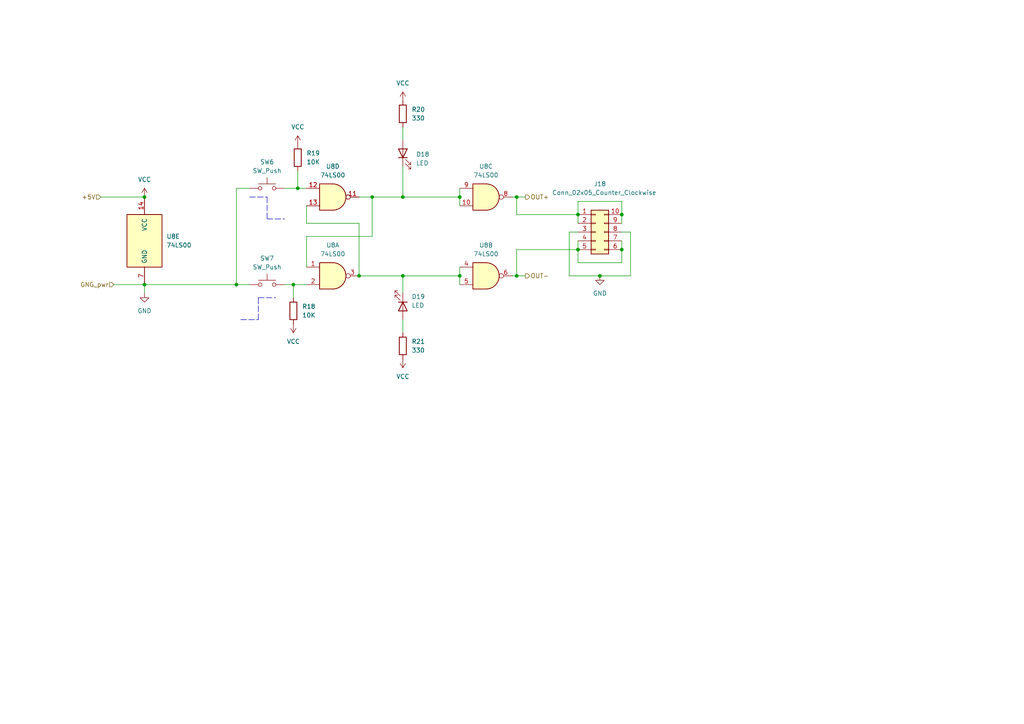
<source format=kicad_sch>
(kicad_sch (version 20211123) (generator eeschema)

  (uuid 7694dcdb-7b8a-47a7-b755-9cddfca07e2d)

  (paper "A4")

  (lib_symbols
    (symbol "74xx:74LS00" (pin_names (offset 1.016)) (in_bom yes) (on_board yes)
      (property "Reference" "U" (id 0) (at 0 1.27 0)
        (effects (font (size 1.27 1.27)))
      )
      (property "Value" "74LS00" (id 1) (at 0 -1.27 0)
        (effects (font (size 1.27 1.27)))
      )
      (property "Footprint" "" (id 2) (at 0 0 0)
        (effects (font (size 1.27 1.27)) hide)
      )
      (property "Datasheet" "http://www.ti.com/lit/gpn/sn74ls00" (id 3) (at 0 0 0)
        (effects (font (size 1.27 1.27)) hide)
      )
      (property "ki_locked" "" (id 4) (at 0 0 0)
        (effects (font (size 1.27 1.27)))
      )
      (property "ki_keywords" "TTL nand 2-input" (id 5) (at 0 0 0)
        (effects (font (size 1.27 1.27)) hide)
      )
      (property "ki_description" "quad 2-input NAND gate" (id 6) (at 0 0 0)
        (effects (font (size 1.27 1.27)) hide)
      )
      (property "ki_fp_filters" "DIP*W7.62mm* SO14*" (id 7) (at 0 0 0)
        (effects (font (size 1.27 1.27)) hide)
      )
      (symbol "74LS00_1_1"
        (arc (start 0 -3.81) (mid 3.81 0) (end 0 3.81)
          (stroke (width 0.254) (type default) (color 0 0 0 0))
          (fill (type background))
        )
        (polyline
          (pts
            (xy 0 3.81)
            (xy -3.81 3.81)
            (xy -3.81 -3.81)
            (xy 0 -3.81)
          )
          (stroke (width 0.254) (type default) (color 0 0 0 0))
          (fill (type background))
        )
        (pin input line (at -7.62 2.54 0) (length 3.81)
          (name "~" (effects (font (size 1.27 1.27))))
          (number "1" (effects (font (size 1.27 1.27))))
        )
        (pin input line (at -7.62 -2.54 0) (length 3.81)
          (name "~" (effects (font (size 1.27 1.27))))
          (number "2" (effects (font (size 1.27 1.27))))
        )
        (pin output inverted (at 7.62 0 180) (length 3.81)
          (name "~" (effects (font (size 1.27 1.27))))
          (number "3" (effects (font (size 1.27 1.27))))
        )
      )
      (symbol "74LS00_1_2"
        (arc (start -3.81 -3.81) (mid -2.589 0) (end -3.81 3.81)
          (stroke (width 0.254) (type default) (color 0 0 0 0))
          (fill (type none))
        )
        (arc (start -0.6096 -3.81) (mid 2.1842 -2.5851) (end 3.81 0)
          (stroke (width 0.254) (type default) (color 0 0 0 0))
          (fill (type background))
        )
        (polyline
          (pts
            (xy -3.81 -3.81)
            (xy -0.635 -3.81)
          )
          (stroke (width 0.254) (type default) (color 0 0 0 0))
          (fill (type background))
        )
        (polyline
          (pts
            (xy -3.81 3.81)
            (xy -0.635 3.81)
          )
          (stroke (width 0.254) (type default) (color 0 0 0 0))
          (fill (type background))
        )
        (polyline
          (pts
            (xy -0.635 3.81)
            (xy -3.81 3.81)
            (xy -3.81 3.81)
            (xy -3.556 3.4036)
            (xy -3.0226 2.2606)
            (xy -2.6924 1.0414)
            (xy -2.6162 -0.254)
            (xy -2.7686 -1.4986)
            (xy -3.175 -2.7178)
            (xy -3.81 -3.81)
            (xy -3.81 -3.81)
            (xy -0.635 -3.81)
          )
          (stroke (width -25.4) (type default) (color 0 0 0 0))
          (fill (type background))
        )
        (arc (start 3.81 0) (mid 2.1915 2.5936) (end -0.6096 3.81)
          (stroke (width 0.254) (type default) (color 0 0 0 0))
          (fill (type background))
        )
        (pin input inverted (at -7.62 2.54 0) (length 4.318)
          (name "~" (effects (font (size 1.27 1.27))))
          (number "1" (effects (font (size 1.27 1.27))))
        )
        (pin input inverted (at -7.62 -2.54 0) (length 4.318)
          (name "~" (effects (font (size 1.27 1.27))))
          (number "2" (effects (font (size 1.27 1.27))))
        )
        (pin output line (at 7.62 0 180) (length 3.81)
          (name "~" (effects (font (size 1.27 1.27))))
          (number "3" (effects (font (size 1.27 1.27))))
        )
      )
      (symbol "74LS00_2_1"
        (arc (start 0 -3.81) (mid 3.81 0) (end 0 3.81)
          (stroke (width 0.254) (type default) (color 0 0 0 0))
          (fill (type background))
        )
        (polyline
          (pts
            (xy 0 3.81)
            (xy -3.81 3.81)
            (xy -3.81 -3.81)
            (xy 0 -3.81)
          )
          (stroke (width 0.254) (type default) (color 0 0 0 0))
          (fill (type background))
        )
        (pin input line (at -7.62 2.54 0) (length 3.81)
          (name "~" (effects (font (size 1.27 1.27))))
          (number "4" (effects (font (size 1.27 1.27))))
        )
        (pin input line (at -7.62 -2.54 0) (length 3.81)
          (name "~" (effects (font (size 1.27 1.27))))
          (number "5" (effects (font (size 1.27 1.27))))
        )
        (pin output inverted (at 7.62 0 180) (length 3.81)
          (name "~" (effects (font (size 1.27 1.27))))
          (number "6" (effects (font (size 1.27 1.27))))
        )
      )
      (symbol "74LS00_2_2"
        (arc (start -3.81 -3.81) (mid -2.589 0) (end -3.81 3.81)
          (stroke (width 0.254) (type default) (color 0 0 0 0))
          (fill (type none))
        )
        (arc (start -0.6096 -3.81) (mid 2.1842 -2.5851) (end 3.81 0)
          (stroke (width 0.254) (type default) (color 0 0 0 0))
          (fill (type background))
        )
        (polyline
          (pts
            (xy -3.81 -3.81)
            (xy -0.635 -3.81)
          )
          (stroke (width 0.254) (type default) (color 0 0 0 0))
          (fill (type background))
        )
        (polyline
          (pts
            (xy -3.81 3.81)
            (xy -0.635 3.81)
          )
          (stroke (width 0.254) (type default) (color 0 0 0 0))
          (fill (type background))
        )
        (polyline
          (pts
            (xy -0.635 3.81)
            (xy -3.81 3.81)
            (xy -3.81 3.81)
            (xy -3.556 3.4036)
            (xy -3.0226 2.2606)
            (xy -2.6924 1.0414)
            (xy -2.6162 -0.254)
            (xy -2.7686 -1.4986)
            (xy -3.175 -2.7178)
            (xy -3.81 -3.81)
            (xy -3.81 -3.81)
            (xy -0.635 -3.81)
          )
          (stroke (width -25.4) (type default) (color 0 0 0 0))
          (fill (type background))
        )
        (arc (start 3.81 0) (mid 2.1915 2.5936) (end -0.6096 3.81)
          (stroke (width 0.254) (type default) (color 0 0 0 0))
          (fill (type background))
        )
        (pin input inverted (at -7.62 2.54 0) (length 4.318)
          (name "~" (effects (font (size 1.27 1.27))))
          (number "4" (effects (font (size 1.27 1.27))))
        )
        (pin input inverted (at -7.62 -2.54 0) (length 4.318)
          (name "~" (effects (font (size 1.27 1.27))))
          (number "5" (effects (font (size 1.27 1.27))))
        )
        (pin output line (at 7.62 0 180) (length 3.81)
          (name "~" (effects (font (size 1.27 1.27))))
          (number "6" (effects (font (size 1.27 1.27))))
        )
      )
      (symbol "74LS00_3_1"
        (arc (start 0 -3.81) (mid 3.81 0) (end 0 3.81)
          (stroke (width 0.254) (type default) (color 0 0 0 0))
          (fill (type background))
        )
        (polyline
          (pts
            (xy 0 3.81)
            (xy -3.81 3.81)
            (xy -3.81 -3.81)
            (xy 0 -3.81)
          )
          (stroke (width 0.254) (type default) (color 0 0 0 0))
          (fill (type background))
        )
        (pin input line (at -7.62 -2.54 0) (length 3.81)
          (name "~" (effects (font (size 1.27 1.27))))
          (number "10" (effects (font (size 1.27 1.27))))
        )
        (pin output inverted (at 7.62 0 180) (length 3.81)
          (name "~" (effects (font (size 1.27 1.27))))
          (number "8" (effects (font (size 1.27 1.27))))
        )
        (pin input line (at -7.62 2.54 0) (length 3.81)
          (name "~" (effects (font (size 1.27 1.27))))
          (number "9" (effects (font (size 1.27 1.27))))
        )
      )
      (symbol "74LS00_3_2"
        (arc (start -3.81 -3.81) (mid -2.589 0) (end -3.81 3.81)
          (stroke (width 0.254) (type default) (color 0 0 0 0))
          (fill (type none))
        )
        (arc (start -0.6096 -3.81) (mid 2.1842 -2.5851) (end 3.81 0)
          (stroke (width 0.254) (type default) (color 0 0 0 0))
          (fill (type background))
        )
        (polyline
          (pts
            (xy -3.81 -3.81)
            (xy -0.635 -3.81)
          )
          (stroke (width 0.254) (type default) (color 0 0 0 0))
          (fill (type background))
        )
        (polyline
          (pts
            (xy -3.81 3.81)
            (xy -0.635 3.81)
          )
          (stroke (width 0.254) (type default) (color 0 0 0 0))
          (fill (type background))
        )
        (polyline
          (pts
            (xy -0.635 3.81)
            (xy -3.81 3.81)
            (xy -3.81 3.81)
            (xy -3.556 3.4036)
            (xy -3.0226 2.2606)
            (xy -2.6924 1.0414)
            (xy -2.6162 -0.254)
            (xy -2.7686 -1.4986)
            (xy -3.175 -2.7178)
            (xy -3.81 -3.81)
            (xy -3.81 -3.81)
            (xy -0.635 -3.81)
          )
          (stroke (width -25.4) (type default) (color 0 0 0 0))
          (fill (type background))
        )
        (arc (start 3.81 0) (mid 2.1915 2.5936) (end -0.6096 3.81)
          (stroke (width 0.254) (type default) (color 0 0 0 0))
          (fill (type background))
        )
        (pin input inverted (at -7.62 -2.54 0) (length 4.318)
          (name "~" (effects (font (size 1.27 1.27))))
          (number "10" (effects (font (size 1.27 1.27))))
        )
        (pin output line (at 7.62 0 180) (length 3.81)
          (name "~" (effects (font (size 1.27 1.27))))
          (number "8" (effects (font (size 1.27 1.27))))
        )
        (pin input inverted (at -7.62 2.54 0) (length 4.318)
          (name "~" (effects (font (size 1.27 1.27))))
          (number "9" (effects (font (size 1.27 1.27))))
        )
      )
      (symbol "74LS00_4_1"
        (arc (start 0 -3.81) (mid 3.81 0) (end 0 3.81)
          (stroke (width 0.254) (type default) (color 0 0 0 0))
          (fill (type background))
        )
        (polyline
          (pts
            (xy 0 3.81)
            (xy -3.81 3.81)
            (xy -3.81 -3.81)
            (xy 0 -3.81)
          )
          (stroke (width 0.254) (type default) (color 0 0 0 0))
          (fill (type background))
        )
        (pin output inverted (at 7.62 0 180) (length 3.81)
          (name "~" (effects (font (size 1.27 1.27))))
          (number "11" (effects (font (size 1.27 1.27))))
        )
        (pin input line (at -7.62 2.54 0) (length 3.81)
          (name "~" (effects (font (size 1.27 1.27))))
          (number "12" (effects (font (size 1.27 1.27))))
        )
        (pin input line (at -7.62 -2.54 0) (length 3.81)
          (name "~" (effects (font (size 1.27 1.27))))
          (number "13" (effects (font (size 1.27 1.27))))
        )
      )
      (symbol "74LS00_4_2"
        (arc (start -3.81 -3.81) (mid -2.589 0) (end -3.81 3.81)
          (stroke (width 0.254) (type default) (color 0 0 0 0))
          (fill (type none))
        )
        (arc (start -0.6096 -3.81) (mid 2.1842 -2.5851) (end 3.81 0)
          (stroke (width 0.254) (type default) (color 0 0 0 0))
          (fill (type background))
        )
        (polyline
          (pts
            (xy -3.81 -3.81)
            (xy -0.635 -3.81)
          )
          (stroke (width 0.254) (type default) (color 0 0 0 0))
          (fill (type background))
        )
        (polyline
          (pts
            (xy -3.81 3.81)
            (xy -0.635 3.81)
          )
          (stroke (width 0.254) (type default) (color 0 0 0 0))
          (fill (type background))
        )
        (polyline
          (pts
            (xy -0.635 3.81)
            (xy -3.81 3.81)
            (xy -3.81 3.81)
            (xy -3.556 3.4036)
            (xy -3.0226 2.2606)
            (xy -2.6924 1.0414)
            (xy -2.6162 -0.254)
            (xy -2.7686 -1.4986)
            (xy -3.175 -2.7178)
            (xy -3.81 -3.81)
            (xy -3.81 -3.81)
            (xy -0.635 -3.81)
          )
          (stroke (width -25.4) (type default) (color 0 0 0 0))
          (fill (type background))
        )
        (arc (start 3.81 0) (mid 2.1915 2.5936) (end -0.6096 3.81)
          (stroke (width 0.254) (type default) (color 0 0 0 0))
          (fill (type background))
        )
        (pin output line (at 7.62 0 180) (length 3.81)
          (name "~" (effects (font (size 1.27 1.27))))
          (number "11" (effects (font (size 1.27 1.27))))
        )
        (pin input inverted (at -7.62 2.54 0) (length 4.318)
          (name "~" (effects (font (size 1.27 1.27))))
          (number "12" (effects (font (size 1.27 1.27))))
        )
        (pin input inverted (at -7.62 -2.54 0) (length 4.318)
          (name "~" (effects (font (size 1.27 1.27))))
          (number "13" (effects (font (size 1.27 1.27))))
        )
      )
      (symbol "74LS00_5_0"
        (pin power_in line (at 0 12.7 270) (length 5.08)
          (name "VCC" (effects (font (size 1.27 1.27))))
          (number "14" (effects (font (size 1.27 1.27))))
        )
        (pin power_in line (at 0 -12.7 90) (length 5.08)
          (name "GND" (effects (font (size 1.27 1.27))))
          (number "7" (effects (font (size 1.27 1.27))))
        )
      )
      (symbol "74LS00_5_1"
        (rectangle (start -5.08 7.62) (end 5.08 -7.62)
          (stroke (width 0.254) (type default) (color 0 0 0 0))
          (fill (type background))
        )
      )
    )
    (symbol "Connector_Generic:Conn_02x05_Counter_Clockwise" (pin_names (offset 1.016) hide) (in_bom yes) (on_board yes)
      (property "Reference" "J" (id 0) (at 1.27 7.62 0)
        (effects (font (size 1.27 1.27)))
      )
      (property "Value" "Conn_02x05_Counter_Clockwise" (id 1) (at 1.27 -7.62 0)
        (effects (font (size 1.27 1.27)))
      )
      (property "Footprint" "" (id 2) (at 0 0 0)
        (effects (font (size 1.27 1.27)) hide)
      )
      (property "Datasheet" "~" (id 3) (at 0 0 0)
        (effects (font (size 1.27 1.27)) hide)
      )
      (property "ki_keywords" "connector" (id 4) (at 0 0 0)
        (effects (font (size 1.27 1.27)) hide)
      )
      (property "ki_description" "Generic connector, double row, 02x05, counter clockwise pin numbering scheme (similar to DIP package numbering), script generated (kicad-library-utils/schlib/autogen/connector/)" (id 5) (at 0 0 0)
        (effects (font (size 1.27 1.27)) hide)
      )
      (property "ki_fp_filters" "Connector*:*_2x??_*" (id 6) (at 0 0 0)
        (effects (font (size 1.27 1.27)) hide)
      )
      (symbol "Conn_02x05_Counter_Clockwise_1_1"
        (rectangle (start -1.27 -4.953) (end 0 -5.207)
          (stroke (width 0.1524) (type default) (color 0 0 0 0))
          (fill (type none))
        )
        (rectangle (start -1.27 -2.413) (end 0 -2.667)
          (stroke (width 0.1524) (type default) (color 0 0 0 0))
          (fill (type none))
        )
        (rectangle (start -1.27 0.127) (end 0 -0.127)
          (stroke (width 0.1524) (type default) (color 0 0 0 0))
          (fill (type none))
        )
        (rectangle (start -1.27 2.667) (end 0 2.413)
          (stroke (width 0.1524) (type default) (color 0 0 0 0))
          (fill (type none))
        )
        (rectangle (start -1.27 5.207) (end 0 4.953)
          (stroke (width 0.1524) (type default) (color 0 0 0 0))
          (fill (type none))
        )
        (rectangle (start -1.27 6.35) (end 3.81 -6.35)
          (stroke (width 0.254) (type default) (color 0 0 0 0))
          (fill (type background))
        )
        (rectangle (start 3.81 -4.953) (end 2.54 -5.207)
          (stroke (width 0.1524) (type default) (color 0 0 0 0))
          (fill (type none))
        )
        (rectangle (start 3.81 -2.413) (end 2.54 -2.667)
          (stroke (width 0.1524) (type default) (color 0 0 0 0))
          (fill (type none))
        )
        (rectangle (start 3.81 0.127) (end 2.54 -0.127)
          (stroke (width 0.1524) (type default) (color 0 0 0 0))
          (fill (type none))
        )
        (rectangle (start 3.81 2.667) (end 2.54 2.413)
          (stroke (width 0.1524) (type default) (color 0 0 0 0))
          (fill (type none))
        )
        (rectangle (start 3.81 5.207) (end 2.54 4.953)
          (stroke (width 0.1524) (type default) (color 0 0 0 0))
          (fill (type none))
        )
        (pin passive line (at -5.08 5.08 0) (length 3.81)
          (name "Pin_1" (effects (font (size 1.27 1.27))))
          (number "1" (effects (font (size 1.27 1.27))))
        )
        (pin passive line (at 7.62 5.08 180) (length 3.81)
          (name "Pin_10" (effects (font (size 1.27 1.27))))
          (number "10" (effects (font (size 1.27 1.27))))
        )
        (pin passive line (at -5.08 2.54 0) (length 3.81)
          (name "Pin_2" (effects (font (size 1.27 1.27))))
          (number "2" (effects (font (size 1.27 1.27))))
        )
        (pin passive line (at -5.08 0 0) (length 3.81)
          (name "Pin_3" (effects (font (size 1.27 1.27))))
          (number "3" (effects (font (size 1.27 1.27))))
        )
        (pin passive line (at -5.08 -2.54 0) (length 3.81)
          (name "Pin_4" (effects (font (size 1.27 1.27))))
          (number "4" (effects (font (size 1.27 1.27))))
        )
        (pin passive line (at -5.08 -5.08 0) (length 3.81)
          (name "Pin_5" (effects (font (size 1.27 1.27))))
          (number "5" (effects (font (size 1.27 1.27))))
        )
        (pin passive line (at 7.62 -5.08 180) (length 3.81)
          (name "Pin_6" (effects (font (size 1.27 1.27))))
          (number "6" (effects (font (size 1.27 1.27))))
        )
        (pin passive line (at 7.62 -2.54 180) (length 3.81)
          (name "Pin_7" (effects (font (size 1.27 1.27))))
          (number "7" (effects (font (size 1.27 1.27))))
        )
        (pin passive line (at 7.62 0 180) (length 3.81)
          (name "Pin_8" (effects (font (size 1.27 1.27))))
          (number "8" (effects (font (size 1.27 1.27))))
        )
        (pin passive line (at 7.62 2.54 180) (length 3.81)
          (name "Pin_9" (effects (font (size 1.27 1.27))))
          (number "9" (effects (font (size 1.27 1.27))))
        )
      )
    )
    (symbol "Device:LED" (pin_numbers hide) (pin_names (offset 1.016) hide) (in_bom yes) (on_board yes)
      (property "Reference" "D" (id 0) (at 0 2.54 0)
        (effects (font (size 1.27 1.27)))
      )
      (property "Value" "LED" (id 1) (at 0 -2.54 0)
        (effects (font (size 1.27 1.27)))
      )
      (property "Footprint" "" (id 2) (at 0 0 0)
        (effects (font (size 1.27 1.27)) hide)
      )
      (property "Datasheet" "~" (id 3) (at 0 0 0)
        (effects (font (size 1.27 1.27)) hide)
      )
      (property "ki_keywords" "LED diode" (id 4) (at 0 0 0)
        (effects (font (size 1.27 1.27)) hide)
      )
      (property "ki_description" "Light emitting diode" (id 5) (at 0 0 0)
        (effects (font (size 1.27 1.27)) hide)
      )
      (property "ki_fp_filters" "LED* LED_SMD:* LED_THT:*" (id 6) (at 0 0 0)
        (effects (font (size 1.27 1.27)) hide)
      )
      (symbol "LED_0_1"
        (polyline
          (pts
            (xy -1.27 -1.27)
            (xy -1.27 1.27)
          )
          (stroke (width 0.254) (type default) (color 0 0 0 0))
          (fill (type none))
        )
        (polyline
          (pts
            (xy -1.27 0)
            (xy 1.27 0)
          )
          (stroke (width 0) (type default) (color 0 0 0 0))
          (fill (type none))
        )
        (polyline
          (pts
            (xy 1.27 -1.27)
            (xy 1.27 1.27)
            (xy -1.27 0)
            (xy 1.27 -1.27)
          )
          (stroke (width 0.254) (type default) (color 0 0 0 0))
          (fill (type none))
        )
        (polyline
          (pts
            (xy -3.048 -0.762)
            (xy -4.572 -2.286)
            (xy -3.81 -2.286)
            (xy -4.572 -2.286)
            (xy -4.572 -1.524)
          )
          (stroke (width 0) (type default) (color 0 0 0 0))
          (fill (type none))
        )
        (polyline
          (pts
            (xy -1.778 -0.762)
            (xy -3.302 -2.286)
            (xy -2.54 -2.286)
            (xy -3.302 -2.286)
            (xy -3.302 -1.524)
          )
          (stroke (width 0) (type default) (color 0 0 0 0))
          (fill (type none))
        )
      )
      (symbol "LED_1_1"
        (pin passive line (at -3.81 0 0) (length 2.54)
          (name "K" (effects (font (size 1.27 1.27))))
          (number "1" (effects (font (size 1.27 1.27))))
        )
        (pin passive line (at 3.81 0 180) (length 2.54)
          (name "A" (effects (font (size 1.27 1.27))))
          (number "2" (effects (font (size 1.27 1.27))))
        )
      )
    )
    (symbol "Device:R" (pin_numbers hide) (pin_names (offset 0)) (in_bom yes) (on_board yes)
      (property "Reference" "R" (id 0) (at 2.032 0 90)
        (effects (font (size 1.27 1.27)))
      )
      (property "Value" "R" (id 1) (at 0 0 90)
        (effects (font (size 1.27 1.27)))
      )
      (property "Footprint" "" (id 2) (at -1.778 0 90)
        (effects (font (size 1.27 1.27)) hide)
      )
      (property "Datasheet" "~" (id 3) (at 0 0 0)
        (effects (font (size 1.27 1.27)) hide)
      )
      (property "ki_keywords" "R res resistor" (id 4) (at 0 0 0)
        (effects (font (size 1.27 1.27)) hide)
      )
      (property "ki_description" "Resistor" (id 5) (at 0 0 0)
        (effects (font (size 1.27 1.27)) hide)
      )
      (property "ki_fp_filters" "R_*" (id 6) (at 0 0 0)
        (effects (font (size 1.27 1.27)) hide)
      )
      (symbol "R_0_1"
        (rectangle (start -1.016 -2.54) (end 1.016 2.54)
          (stroke (width 0.254) (type default) (color 0 0 0 0))
          (fill (type none))
        )
      )
      (symbol "R_1_1"
        (pin passive line (at 0 3.81 270) (length 1.27)
          (name "~" (effects (font (size 1.27 1.27))))
          (number "1" (effects (font (size 1.27 1.27))))
        )
        (pin passive line (at 0 -3.81 90) (length 1.27)
          (name "~" (effects (font (size 1.27 1.27))))
          (number "2" (effects (font (size 1.27 1.27))))
        )
      )
    )
    (symbol "Switch:SW_Push" (pin_numbers hide) (pin_names (offset 1.016) hide) (in_bom yes) (on_board yes)
      (property "Reference" "SW" (id 0) (at 1.27 2.54 0)
        (effects (font (size 1.27 1.27)) (justify left))
      )
      (property "Value" "SW_Push" (id 1) (at 0 -1.524 0)
        (effects (font (size 1.27 1.27)))
      )
      (property "Footprint" "" (id 2) (at 0 5.08 0)
        (effects (font (size 1.27 1.27)) hide)
      )
      (property "Datasheet" "~" (id 3) (at 0 5.08 0)
        (effects (font (size 1.27 1.27)) hide)
      )
      (property "ki_keywords" "switch normally-open pushbutton push-button" (id 4) (at 0 0 0)
        (effects (font (size 1.27 1.27)) hide)
      )
      (property "ki_description" "Push button switch, generic, two pins" (id 5) (at 0 0 0)
        (effects (font (size 1.27 1.27)) hide)
      )
      (symbol "SW_Push_0_1"
        (circle (center -2.032 0) (radius 0.508)
          (stroke (width 0) (type default) (color 0 0 0 0))
          (fill (type none))
        )
        (polyline
          (pts
            (xy 0 1.27)
            (xy 0 3.048)
          )
          (stroke (width 0) (type default) (color 0 0 0 0))
          (fill (type none))
        )
        (polyline
          (pts
            (xy 2.54 1.27)
            (xy -2.54 1.27)
          )
          (stroke (width 0) (type default) (color 0 0 0 0))
          (fill (type none))
        )
        (circle (center 2.032 0) (radius 0.508)
          (stroke (width 0) (type default) (color 0 0 0 0))
          (fill (type none))
        )
        (pin passive line (at -5.08 0 0) (length 2.54)
          (name "1" (effects (font (size 1.27 1.27))))
          (number "1" (effects (font (size 1.27 1.27))))
        )
        (pin passive line (at 5.08 0 180) (length 2.54)
          (name "2" (effects (font (size 1.27 1.27))))
          (number "2" (effects (font (size 1.27 1.27))))
        )
      )
    )
    (symbol "power:GND" (power) (pin_names (offset 0)) (in_bom yes) (on_board yes)
      (property "Reference" "#PWR" (id 0) (at 0 -6.35 0)
        (effects (font (size 1.27 1.27)) hide)
      )
      (property "Value" "GND" (id 1) (at 0 -3.81 0)
        (effects (font (size 1.27 1.27)))
      )
      (property "Footprint" "" (id 2) (at 0 0 0)
        (effects (font (size 1.27 1.27)) hide)
      )
      (property "Datasheet" "" (id 3) (at 0 0 0)
        (effects (font (size 1.27 1.27)) hide)
      )
      (property "ki_keywords" "global power" (id 4) (at 0 0 0)
        (effects (font (size 1.27 1.27)) hide)
      )
      (property "ki_description" "Power symbol creates a global label with name \"GND\" , ground" (id 5) (at 0 0 0)
        (effects (font (size 1.27 1.27)) hide)
      )
      (symbol "GND_0_1"
        (polyline
          (pts
            (xy 0 0)
            (xy 0 -1.27)
            (xy 1.27 -1.27)
            (xy 0 -2.54)
            (xy -1.27 -1.27)
            (xy 0 -1.27)
          )
          (stroke (width 0) (type default) (color 0 0 0 0))
          (fill (type none))
        )
      )
      (symbol "GND_1_1"
        (pin power_in line (at 0 0 270) (length 0) hide
          (name "GND" (effects (font (size 1.27 1.27))))
          (number "1" (effects (font (size 1.27 1.27))))
        )
      )
    )
    (symbol "power:VCC" (power) (pin_names (offset 0)) (in_bom yes) (on_board yes)
      (property "Reference" "#PWR" (id 0) (at 0 -3.81 0)
        (effects (font (size 1.27 1.27)) hide)
      )
      (property "Value" "VCC" (id 1) (at 0 3.81 0)
        (effects (font (size 1.27 1.27)))
      )
      (property "Footprint" "" (id 2) (at 0 0 0)
        (effects (font (size 1.27 1.27)) hide)
      )
      (property "Datasheet" "" (id 3) (at 0 0 0)
        (effects (font (size 1.27 1.27)) hide)
      )
      (property "ki_keywords" "global power" (id 4) (at 0 0 0)
        (effects (font (size 1.27 1.27)) hide)
      )
      (property "ki_description" "Power symbol creates a global label with name \"VCC\"" (id 5) (at 0 0 0)
        (effects (font (size 1.27 1.27)) hide)
      )
      (symbol "VCC_0_1"
        (polyline
          (pts
            (xy -0.762 1.27)
            (xy 0 2.54)
          )
          (stroke (width 0) (type default) (color 0 0 0 0))
          (fill (type none))
        )
        (polyline
          (pts
            (xy 0 0)
            (xy 0 2.54)
          )
          (stroke (width 0) (type default) (color 0 0 0 0))
          (fill (type none))
        )
        (polyline
          (pts
            (xy 0 2.54)
            (xy 0.762 1.27)
          )
          (stroke (width 0) (type default) (color 0 0 0 0))
          (fill (type none))
        )
      )
      (symbol "VCC_1_1"
        (pin power_in line (at 0 0 90) (length 0) hide
          (name "VCC" (effects (font (size 1.27 1.27))))
          (number "1" (effects (font (size 1.27 1.27))))
        )
      )
    )
  )

  (junction (at 167.64 62.23) (diameter 0) (color 0 0 0 0)
    (uuid 0772ab41-bb1a-41a8-9f38-f7bf11f6cb1f)
  )
  (junction (at 149.86 80.01) (diameter 0) (color 0 0 0 0)
    (uuid 0abe5ad0-8b20-4f2b-b283-583a540791d4)
  )
  (junction (at 133.35 80.01) (diameter 0) (color 0 0 0 0)
    (uuid 12d41d41-c87a-4335-b5ab-59256dd15b19)
  )
  (junction (at 167.64 72.39) (diameter 0) (color 0 0 0 0)
    (uuid 1353a0c6-899a-4cbf-8c8c-ef288f59df96)
  )
  (junction (at 116.84 80.01) (diameter 0) (color 0 0 0 0)
    (uuid 193e6945-7b0d-48da-b01f-27e626df1f23)
  )
  (junction (at 180.34 62.23) (diameter 0) (color 0 0 0 0)
    (uuid 391bfdf3-c5d3-4f36-a7ca-206b1939e701)
  )
  (junction (at 133.35 57.15) (diameter 0) (color 0 0 0 0)
    (uuid 43c26bd4-c572-4e21-b94d-bd219dec97f0)
  )
  (junction (at 107.95 57.15) (diameter 0) (color 0 0 0 0)
    (uuid 4dd8961f-27eb-4889-a07d-d1044d9caed3)
  )
  (junction (at 173.99 80.01) (diameter 0) (color 0 0 0 0)
    (uuid 618b4515-fbe1-4956-8c4e-efd9e6277e5c)
  )
  (junction (at 149.86 57.15) (diameter 0) (color 0 0 0 0)
    (uuid 6a94113b-cfbf-41bd-94fc-097869c3daa0)
  )
  (junction (at 116.84 57.15) (diameter 0) (color 0 0 0 0)
    (uuid 6ee7f6fe-f135-48d9-947b-2bef839af31b)
  )
  (junction (at 86.36 54.61) (diameter 0) (color 0 0 0 0)
    (uuid 8a59cca6-2b1a-4d0c-b80b-ceee00cf801c)
  )
  (junction (at 180.34 72.39) (diameter 0) (color 0 0 0 0)
    (uuid 941d0e90-8e36-448e-9fbb-517665f054fa)
  )
  (junction (at 85.09 82.55) (diameter 0) (color 0 0 0 0)
    (uuid a05d41c2-f9a4-4875-a434-8246a807abfb)
  )
  (junction (at 68.58 82.55) (diameter 0) (color 0 0 0 0)
    (uuid c8dde686-7c4c-436a-86ff-e3cacc57fb52)
  )
  (junction (at 104.14 80.01) (diameter 0) (color 0 0 0 0)
    (uuid ce49cf17-78d1-42b8-9134-5e6aec9fc0a5)
  )
  (junction (at 41.91 82.55) (diameter 0) (color 0 0 0 0)
    (uuid d64c0cb9-df9a-4571-a6ef-0553552eaa9e)
  )
  (junction (at 41.91 57.15) (diameter 0) (color 0 0 0 0)
    (uuid eb537106-4d4e-4a6c-a6cb-4552f0b22a21)
  )

  (wire (pts (xy 182.88 67.31) (xy 182.88 80.01))
    (stroke (width 0) (type default) (color 0 0 0 0))
    (uuid 011627b0-6a08-4950-8ac0-ed2f1c040bed)
  )
  (wire (pts (xy 149.86 80.01) (xy 149.86 72.39))
    (stroke (width 0) (type default) (color 0 0 0 0))
    (uuid 0c58a9b7-1880-416c-a775-dc749a3e8074)
  )
  (wire (pts (xy 180.34 69.85) (xy 180.34 72.39))
    (stroke (width 0) (type default) (color 0 0 0 0))
    (uuid 0c71ba47-a73c-41d1-a1d7-8d5a7e8e920f)
  )
  (wire (pts (xy 149.86 57.15) (xy 152.4 57.15))
    (stroke (width 0) (type default) (color 0 0 0 0))
    (uuid 0c89f7ee-70d1-4a54-8198-d3e100292880)
  )
  (wire (pts (xy 68.58 82.55) (xy 72.39 82.55))
    (stroke (width 0) (type default) (color 0 0 0 0))
    (uuid 13b52c35-97a5-4561-a747-a11150157696)
  )
  (wire (pts (xy 149.86 57.15) (xy 149.86 62.23))
    (stroke (width 0) (type default) (color 0 0 0 0))
    (uuid 17785bbc-f48f-42be-80bc-f06d764bba2e)
  )
  (wire (pts (xy 86.36 54.61) (xy 88.9 54.61))
    (stroke (width 0) (type default) (color 0 0 0 0))
    (uuid 1e85149d-7eec-43a3-92db-35d5debbc41c)
  )
  (wire (pts (xy 116.84 92.71) (xy 116.84 96.52))
    (stroke (width 0) (type default) (color 0 0 0 0))
    (uuid 21ae8262-01f0-45b6-bb9c-a0809029a629)
  )
  (wire (pts (xy 41.91 82.55) (xy 41.91 85.09))
    (stroke (width 0) (type default) (color 0 0 0 0))
    (uuid 233e0a79-719b-49ca-a166-1f7b97f85467)
  )
  (wire (pts (xy 41.91 82.55) (xy 68.58 82.55))
    (stroke (width 0) (type default) (color 0 0 0 0))
    (uuid 26f4a693-9aa1-48ce-a099-4d0f09d33b99)
  )
  (polyline (pts (xy 72.39 57.15) (xy 77.47 57.15))
    (stroke (width 0) (type default) (color 0 0 0 0))
    (uuid 2e12bf16-e311-4234-b374-e47a8718b127)
  )

  (wire (pts (xy 107.95 57.15) (xy 107.95 68.58))
    (stroke (width 0) (type default) (color 0 0 0 0))
    (uuid 36f11373-e4e3-4abc-aac6-3e750c75f5dd)
  )
  (polyline (pts (xy 69.85 92.71) (xy 74.93 92.71))
    (stroke (width 0) (type default) (color 0 0 0 0))
    (uuid 373a9964-e553-4418-8086-6c6c0aef9b11)
  )

  (wire (pts (xy 149.86 72.39) (xy 167.64 72.39))
    (stroke (width 0) (type default) (color 0 0 0 0))
    (uuid 418abe02-674e-4b46-8d0b-733a53c31d4d)
  )
  (wire (pts (xy 82.55 82.55) (xy 85.09 82.55))
    (stroke (width 0) (type default) (color 0 0 0 0))
    (uuid 4756c785-3e82-46f1-a17c-9a61ec024d72)
  )
  (wire (pts (xy 173.99 80.01) (xy 165.1 80.01))
    (stroke (width 0) (type default) (color 0 0 0 0))
    (uuid 4a2c8707-67f9-465b-b61c-02a7c55ed047)
  )
  (wire (pts (xy 104.14 80.01) (xy 116.84 80.01))
    (stroke (width 0) (type default) (color 0 0 0 0))
    (uuid 4e57b97d-0505-4c75-85f9-d4568246f83e)
  )
  (wire (pts (xy 133.35 80.01) (xy 133.35 82.55))
    (stroke (width 0) (type default) (color 0 0 0 0))
    (uuid 4ff4f778-cd7e-4a96-ad65-6214b9ded2ce)
  )
  (wire (pts (xy 116.84 57.15) (xy 133.35 57.15))
    (stroke (width 0) (type default) (color 0 0 0 0))
    (uuid 53391190-5447-46e3-b78e-657b1888803c)
  )
  (wire (pts (xy 167.64 62.23) (xy 167.64 64.77))
    (stroke (width 0) (type default) (color 0 0 0 0))
    (uuid 5bdc263d-5153-46f7-9143-08947af80544)
  )
  (wire (pts (xy 72.39 54.61) (xy 68.58 54.61))
    (stroke (width 0) (type default) (color 0 0 0 0))
    (uuid 6187bb7f-5fa9-4fbe-9c3e-708599dd0104)
  )
  (wire (pts (xy 116.84 48.26) (xy 116.84 57.15))
    (stroke (width 0) (type default) (color 0 0 0 0))
    (uuid 649727e4-0cdd-4464-b1bb-8a22dc6011f4)
  )
  (wire (pts (xy 165.1 80.01) (xy 165.1 67.31))
    (stroke (width 0) (type default) (color 0 0 0 0))
    (uuid 64dafa99-0606-4955-b5e9-b52ac90ea549)
  )
  (wire (pts (xy 107.95 68.58) (xy 88.9 68.58))
    (stroke (width 0) (type default) (color 0 0 0 0))
    (uuid 6f56f536-82e5-4d1c-92e1-d38a678baca9)
  )
  (wire (pts (xy 133.35 57.15) (xy 133.35 59.69))
    (stroke (width 0) (type default) (color 0 0 0 0))
    (uuid 727a4628-cb77-4b50-bd5b-79b0f977c87f)
  )
  (wire (pts (xy 88.9 64.77) (xy 104.14 64.77))
    (stroke (width 0) (type default) (color 0 0 0 0))
    (uuid 7587e03e-d3a2-4a6b-8bb5-e1b00c6cc9d8)
  )
  (wire (pts (xy 133.35 54.61) (xy 133.35 57.15))
    (stroke (width 0) (type default) (color 0 0 0 0))
    (uuid 803fda55-f6c6-44dd-8589-c04a2694ca09)
  )
  (wire (pts (xy 29.21 57.15) (xy 41.91 57.15))
    (stroke (width 0) (type default) (color 0 0 0 0))
    (uuid 808bc4a6-914e-4fa3-adca-073c7cf4a196)
  )
  (wire (pts (xy 148.59 80.01) (xy 149.86 80.01))
    (stroke (width 0) (type default) (color 0 0 0 0))
    (uuid 80f9a4c1-f91a-4644-bdbb-f3c9ac7ee308)
  )
  (wire (pts (xy 149.86 62.23) (xy 167.64 62.23))
    (stroke (width 0) (type default) (color 0 0 0 0))
    (uuid 849fe960-daab-4faa-86ab-9fa97cfc067f)
  )
  (wire (pts (xy 88.9 68.58) (xy 88.9 77.47))
    (stroke (width 0) (type default) (color 0 0 0 0))
    (uuid 92d91bd0-14ad-4782-a580-07c25a99765b)
  )
  (wire (pts (xy 149.86 80.01) (xy 152.4 80.01))
    (stroke (width 0) (type default) (color 0 0 0 0))
    (uuid 95930928-c13f-456e-afe4-dbf02b4c5c8d)
  )
  (wire (pts (xy 88.9 59.69) (xy 88.9 64.77))
    (stroke (width 0) (type default) (color 0 0 0 0))
    (uuid 9ce8cd49-21c5-416d-a91c-cb8bbc94f3b9)
  )
  (polyline (pts (xy 77.47 57.15) (xy 77.47 63.5))
    (stroke (width 0) (type default) (color 0 0 0 0))
    (uuid 9d72b086-ac01-4f91-9e2f-f3593ea8e0d6)
  )

  (wire (pts (xy 85.09 82.55) (xy 85.09 86.36))
    (stroke (width 0) (type default) (color 0 0 0 0))
    (uuid a2b67405-1ea2-4bf4-accf-b8da1a4f1319)
  )
  (wire (pts (xy 116.84 36.83) (xy 116.84 40.64))
    (stroke (width 0) (type default) (color 0 0 0 0))
    (uuid a5b0503a-d37b-4329-b6bc-1bf7208372d8)
  )
  (polyline (pts (xy 77.47 63.5) (xy 82.55 63.5))
    (stroke (width 0) (type default) (color 0 0 0 0))
    (uuid a642faac-7a4e-4bb3-b9e1-e631e0a94b58)
  )

  (wire (pts (xy 167.64 76.2) (xy 167.64 72.39))
    (stroke (width 0) (type default) (color 0 0 0 0))
    (uuid a74f4d62-9b13-43d5-9867-a68c3ade19b6)
  )
  (wire (pts (xy 86.36 49.53) (xy 86.36 54.61))
    (stroke (width 0) (type default) (color 0 0 0 0))
    (uuid a880c5cb-0f93-482d-84b3-dae1b29e515b)
  )
  (wire (pts (xy 180.34 58.42) (xy 167.64 58.42))
    (stroke (width 0) (type default) (color 0 0 0 0))
    (uuid a9cb4031-2688-4d4e-879b-6b1e9c105516)
  )
  (wire (pts (xy 85.09 82.55) (xy 88.9 82.55))
    (stroke (width 0) (type default) (color 0 0 0 0))
    (uuid ac6d6122-6f3a-40b4-8cd2-e1c630a7f52b)
  )
  (wire (pts (xy 68.58 54.61) (xy 68.58 82.55))
    (stroke (width 0) (type default) (color 0 0 0 0))
    (uuid aff5e5d2-df76-4213-862b-af9a00aa4203)
  )
  (wire (pts (xy 165.1 67.31) (xy 167.64 67.31))
    (stroke (width 0) (type default) (color 0 0 0 0))
    (uuid b27ded12-190b-4ec6-a156-cc55448394dd)
  )
  (polyline (pts (xy 74.93 86.36) (xy 80.01 86.36))
    (stroke (width 0) (type default) (color 0 0 0 0))
    (uuid b314101b-73c3-489e-b8c3-54c80689534e)
  )

  (wire (pts (xy 148.59 57.15) (xy 149.86 57.15))
    (stroke (width 0) (type default) (color 0 0 0 0))
    (uuid b7b23185-7365-4f7b-81a9-fc1d415a8fce)
  )
  (wire (pts (xy 167.64 69.85) (xy 167.64 72.39))
    (stroke (width 0) (type default) (color 0 0 0 0))
    (uuid ba9e9946-dbe5-4d54-96a9-1b15948b4e19)
  )
  (wire (pts (xy 116.84 80.01) (xy 116.84 85.09))
    (stroke (width 0) (type default) (color 0 0 0 0))
    (uuid bb6edfe0-a97a-4d32-ad41-5e4f442935b1)
  )
  (wire (pts (xy 104.14 57.15) (xy 107.95 57.15))
    (stroke (width 0) (type default) (color 0 0 0 0))
    (uuid c839750e-0618-4ec7-9dcb-1d702b2aca92)
  )
  (wire (pts (xy 33.02 82.55) (xy 41.91 82.55))
    (stroke (width 0) (type default) (color 0 0 0 0))
    (uuid c90f81a1-7661-4447-8a00-0dec546f52c8)
  )
  (wire (pts (xy 180.34 72.39) (xy 180.34 76.2))
    (stroke (width 0) (type default) (color 0 0 0 0))
    (uuid d5191929-ddb7-41d9-9130-b6ea91a5892b)
  )
  (wire (pts (xy 104.14 64.77) (xy 104.14 80.01))
    (stroke (width 0) (type default) (color 0 0 0 0))
    (uuid d5422fdb-4503-4680-ade8-1ef115470ce1)
  )
  (wire (pts (xy 167.64 58.42) (xy 167.64 62.23))
    (stroke (width 0) (type default) (color 0 0 0 0))
    (uuid d556a6aa-27f1-4966-bf3c-1ad16713bcf9)
  )
  (wire (pts (xy 180.34 64.77) (xy 180.34 62.23))
    (stroke (width 0) (type default) (color 0 0 0 0))
    (uuid d7178962-9853-4775-8927-4f8b791e5dee)
  )
  (wire (pts (xy 180.34 76.2) (xy 167.64 76.2))
    (stroke (width 0) (type default) (color 0 0 0 0))
    (uuid d96a2c19-6ee0-4479-a1c1-71c09e867485)
  )
  (wire (pts (xy 182.88 80.01) (xy 173.99 80.01))
    (stroke (width 0) (type default) (color 0 0 0 0))
    (uuid dc8873db-3d2b-46fc-b9c8-511d6f58d10b)
  )
  (wire (pts (xy 180.34 67.31) (xy 182.88 67.31))
    (stroke (width 0) (type default) (color 0 0 0 0))
    (uuid e0cef30c-68f3-4f52-b45d-d68a8c865320)
  )
  (wire (pts (xy 133.35 77.47) (xy 133.35 80.01))
    (stroke (width 0) (type default) (color 0 0 0 0))
    (uuid e1d46d32-f06e-4a7d-bf6e-7aab5c0490a6)
  )
  (wire (pts (xy 82.55 54.61) (xy 86.36 54.61))
    (stroke (width 0) (type default) (color 0 0 0 0))
    (uuid e6015d07-af7c-404f-ae2c-0411ea279783)
  )
  (wire (pts (xy 180.34 62.23) (xy 180.34 58.42))
    (stroke (width 0) (type default) (color 0 0 0 0))
    (uuid eae6631a-22b1-4784-86dc-228355133e31)
  )
  (polyline (pts (xy 74.93 92.71) (xy 74.93 86.36))
    (stroke (width 0) (type default) (color 0 0 0 0))
    (uuid f343eb11-17d7-4eef-b4cd-d7d9bf9d7a08)
  )

  (wire (pts (xy 116.84 80.01) (xy 133.35 80.01))
    (stroke (width 0) (type default) (color 0 0 0 0))
    (uuid fd2afee5-2f89-4650-800e-24782dd1c0da)
  )
  (wire (pts (xy 107.95 57.15) (xy 116.84 57.15))
    (stroke (width 0) (type default) (color 0 0 0 0))
    (uuid ff735d80-52bd-4cd4-a0ec-46c137e61064)
  )

  (hierarchical_label "+5V" (shape input) (at 29.21 57.15 180)
    (effects (font (size 1.27 1.27)) (justify right))
    (uuid 9620b66f-14b0-4d79-8e08-69167a1e4fca)
  )
  (hierarchical_label "GNG_pwr" (shape input) (at 33.02 82.55 180)
    (effects (font (size 1.27 1.27)) (justify right))
    (uuid a576ccc2-7f60-4a8b-99e5-510f1f0d3f8f)
  )
  (hierarchical_label "OUT-" (shape output) (at 152.4 80.01 0)
    (effects (font (size 1.27 1.27)) (justify left))
    (uuid e5dc912e-65cb-4dd5-9519-67547437cca3)
  )
  (hierarchical_label "OUT+" (shape output) (at 152.4 57.15 0)
    (effects (font (size 1.27 1.27)) (justify left))
    (uuid f6830261-38a1-4c3f-b660-00524c020feb)
  )

  (symbol (lib_id "power:VCC") (at 86.36 41.91 0) (unit 1)
    (in_bom yes) (on_board yes) (fields_autoplaced)
    (uuid 01e01b73-8b05-49a0-a1b9-199f432ed8bd)
    (property "Reference" "#PWR034" (id 0) (at 86.36 45.72 0)
      (effects (font (size 1.27 1.27)) hide)
    )
    (property "Value" "VCC" (id 1) (at 86.36 36.83 0))
    (property "Footprint" "" (id 2) (at 86.36 41.91 0)
      (effects (font (size 1.27 1.27)) hide)
    )
    (property "Datasheet" "" (id 3) (at 86.36 41.91 0)
      (effects (font (size 1.27 1.27)) hide)
    )
    (pin "1" (uuid 1850ebdb-2f7d-40d2-a73a-0f2db89fcd85))
  )

  (symbol (lib_id "power:VCC") (at 85.09 93.98 180) (unit 1)
    (in_bom yes) (on_board yes) (fields_autoplaced)
    (uuid 1d900ab8-e978-4f35-8ede-7ad1c8b97b3f)
    (property "Reference" "#PWR033" (id 0) (at 85.09 90.17 0)
      (effects (font (size 1.27 1.27)) hide)
    )
    (property "Value" "VCC" (id 1) (at 85.09 99.06 0))
    (property "Footprint" "" (id 2) (at 85.09 93.98 0)
      (effects (font (size 1.27 1.27)) hide)
    )
    (property "Datasheet" "" (id 3) (at 85.09 93.98 0)
      (effects (font (size 1.27 1.27)) hide)
    )
    (pin "1" (uuid a8947a27-c921-4625-9108-e8c83b8f9c97))
  )

  (symbol (lib_id "power:GND") (at 41.91 85.09 0) (unit 1)
    (in_bom yes) (on_board yes) (fields_autoplaced)
    (uuid 25e4f5bc-deb4-481e-a6d8-2562eb0b80fc)
    (property "Reference" "#PWR032" (id 0) (at 41.91 91.44 0)
      (effects (font (size 1.27 1.27)) hide)
    )
    (property "Value" "GND" (id 1) (at 41.91 90.17 0))
    (property "Footprint" "" (id 2) (at 41.91 85.09 0)
      (effects (font (size 1.27 1.27)) hide)
    )
    (property "Datasheet" "" (id 3) (at 41.91 85.09 0)
      (effects (font (size 1.27 1.27)) hide)
    )
    (pin "1" (uuid 48cf1608-604c-45f7-851d-8b6e4934d4a6))
  )

  (symbol (lib_id "power:VCC") (at 116.84 104.14 180) (unit 1)
    (in_bom yes) (on_board yes) (fields_autoplaced)
    (uuid 2a60b5b4-15d1-4e5a-aa18-0cd684e0b244)
    (property "Reference" "#PWR036" (id 0) (at 116.84 100.33 0)
      (effects (font (size 1.27 1.27)) hide)
    )
    (property "Value" "VCC" (id 1) (at 116.84 109.22 0))
    (property "Footprint" "" (id 2) (at 116.84 104.14 0)
      (effects (font (size 1.27 1.27)) hide)
    )
    (property "Datasheet" "" (id 3) (at 116.84 104.14 0)
      (effects (font (size 1.27 1.27)) hide)
    )
    (pin "1" (uuid 6c33de35-c87d-4565-b1d9-c8e960d9ef20))
  )

  (symbol (lib_id "power:VCC") (at 116.84 29.21 0) (unit 1)
    (in_bom yes) (on_board yes) (fields_autoplaced)
    (uuid 3170b991-d388-47c1-954c-96d925dc0915)
    (property "Reference" "#PWR035" (id 0) (at 116.84 33.02 0)
      (effects (font (size 1.27 1.27)) hide)
    )
    (property "Value" "VCC" (id 1) (at 116.84 24.13 0))
    (property "Footprint" "" (id 2) (at 116.84 29.21 0)
      (effects (font (size 1.27 1.27)) hide)
    )
    (property "Datasheet" "" (id 3) (at 116.84 29.21 0)
      (effects (font (size 1.27 1.27)) hide)
    )
    (pin "1" (uuid f2fedbfa-065f-462b-a451-adc02707c0fd))
  )

  (symbol (lib_id "power:GND") (at 173.99 80.01 0) (unit 1)
    (in_bom yes) (on_board yes) (fields_autoplaced)
    (uuid 341b3a78-17ed-4616-b5a4-8528df008159)
    (property "Reference" "#PWR037" (id 0) (at 173.99 86.36 0)
      (effects (font (size 1.27 1.27)) hide)
    )
    (property "Value" "GND" (id 1) (at 173.99 85.09 0))
    (property "Footprint" "" (id 2) (at 173.99 80.01 0)
      (effects (font (size 1.27 1.27)) hide)
    )
    (property "Datasheet" "" (id 3) (at 173.99 80.01 0)
      (effects (font (size 1.27 1.27)) hide)
    )
    (pin "1" (uuid ea78638d-17ee-4329-ba88-8932cb863667))
  )

  (symbol (lib_id "Device:R") (at 86.36 45.72 0) (unit 1)
    (in_bom yes) (on_board yes) (fields_autoplaced)
    (uuid 4ba0fad9-0709-4ba6-894b-d18dba10a6a8)
    (property "Reference" "R19" (id 0) (at 88.9 44.4499 0)
      (effects (font (size 1.27 1.27)) (justify left))
    )
    (property "Value" "10K" (id 1) (at 88.9 46.9899 0)
      (effects (font (size 1.27 1.27)) (justify left))
    )
    (property "Footprint" "" (id 2) (at 84.582 45.72 90)
      (effects (font (size 1.27 1.27)) hide)
    )
    (property "Datasheet" "~" (id 3) (at 86.36 45.72 0)
      (effects (font (size 1.27 1.27)) hide)
    )
    (pin "1" (uuid 99195af5-da1d-4666-b3ed-2c6f52c62a8a))
    (pin "2" (uuid 6b64fe80-0be1-4bb9-b966-cc949df9c6f9))
  )

  (symbol (lib_id "74xx:74LS00") (at 96.52 57.15 0) (unit 4)
    (in_bom yes) (on_board yes) (fields_autoplaced)
    (uuid 5a363a66-3cd5-4629-a4f3-729322d6ef5c)
    (property "Reference" "U8" (id 0) (at 96.52 48.26 0))
    (property "Value" "74LS00" (id 1) (at 96.52 50.8 0))
    (property "Footprint" "" (id 2) (at 96.52 57.15 0)
      (effects (font (size 1.27 1.27)) hide)
    )
    (property "Datasheet" "http://www.ti.com/lit/gpn/sn74ls00" (id 3) (at 96.52 57.15 0)
      (effects (font (size 1.27 1.27)) hide)
    )
    (pin "1" (uuid d545cf6f-db8c-4f6a-b41f-0431e91caef7))
    (pin "2" (uuid 69960286-08d7-45d2-89fa-d4ec6e5dd3d1))
    (pin "3" (uuid 36d39ae5-1f1d-496c-94f3-3ce0566f27e3))
    (pin "4" (uuid d2ce8568-93d3-4101-848f-898a72dfe9ff))
    (pin "5" (uuid 4a5d14dd-45fc-4628-823c-eb752ddd37a9))
    (pin "6" (uuid c4216edf-05c9-4762-989d-24270155e1c2))
    (pin "10" (uuid df96ad47-7537-4251-881f-ecf9b10d6030))
    (pin "8" (uuid 2fbc85f0-13c6-48de-a061-b6c501e67f75))
    (pin "9" (uuid ad87331c-3f5a-449f-9b5a-790a54c43b4f))
    (pin "11" (uuid 1a2c48a8-9e01-4d7e-83a9-79fddfb16a90))
    (pin "12" (uuid beb6d711-88ea-4850-82ed-d5c998d35563))
    (pin "13" (uuid c35ff840-3dae-4693-8cb4-24c9502435c0))
    (pin "14" (uuid 1443e0ed-8f97-4521-b976-6abcefb24bb6))
    (pin "7" (uuid 43f3e71a-f2da-4100-bbb9-7027d0a0208d))
  )

  (symbol (lib_id "Connector_Generic:Conn_02x05_Counter_Clockwise") (at 172.72 67.31 0) (unit 1)
    (in_bom yes) (on_board yes)
    (uuid 5f2923af-ea46-44dc-b377-f5dabb85e4ec)
    (property "Reference" "J18" (id 0) (at 173.99 53.34 0))
    (property "Value" "Conn_02x05_Counter_Clockwise" (id 1) (at 175.26 55.88 0))
    (property "Footprint" "Connector_PinSocket_2.54mm:PinSocket_2x05_P2.54mm_Vertical" (id 2) (at 172.72 67.31 0)
      (effects (font (size 1.27 1.27)) hide)
    )
    (property "Datasheet" "~" (id 3) (at 172.72 67.31 0)
      (effects (font (size 1.27 1.27)) hide)
    )
    (pin "1" (uuid 76615d4e-6445-4881-bb3d-7460ee225c12))
    (pin "10" (uuid 9cf93705-f09c-4549-8634-b4b1a6ef0faf))
    (pin "2" (uuid 727cf203-1bc9-4b46-829a-c9878d62003c))
    (pin "3" (uuid 3106885a-8251-47fb-98d7-7b32ab9d0d7b))
    (pin "4" (uuid 88e7c556-d193-47f6-a370-c0f85d2798d3))
    (pin "5" (uuid f2a60352-c28c-45b2-bd05-21d91a8f1cef))
    (pin "6" (uuid 6a6c7b10-e534-46c9-95ce-07e9bf802874))
    (pin "7" (uuid 44af7758-7c5f-4ab4-9357-8cc7f7ca9274))
    (pin "8" (uuid 33234069-aab9-4eb6-bc94-d493b5b67447))
    (pin "9" (uuid 2bbf6de7-8347-4696-901b-3d4b7ce293c3))
  )

  (symbol (lib_id "74xx:74LS00") (at 96.52 80.01 0) (unit 1)
    (in_bom yes) (on_board yes) (fields_autoplaced)
    (uuid 71f98794-8731-4988-8128-3665bf575c04)
    (property "Reference" "U8" (id 0) (at 96.52 71.12 0))
    (property "Value" "74LS00" (id 1) (at 96.52 73.66 0))
    (property "Footprint" "" (id 2) (at 96.52 80.01 0)
      (effects (font (size 1.27 1.27)) hide)
    )
    (property "Datasheet" "http://www.ti.com/lit/gpn/sn74ls00" (id 3) (at 96.52 80.01 0)
      (effects (font (size 1.27 1.27)) hide)
    )
    (pin "1" (uuid 87e166d0-a1c2-40ce-aee8-30023f9adb28))
    (pin "2" (uuid 7657545c-f923-4cd6-accc-34853c42c6e8))
    (pin "3" (uuid cbd70b4f-f32c-40af-8536-4d88a7ed2987))
    (pin "4" (uuid d374a6d1-4eff-4303-9893-8bdc0fae9336))
    (pin "5" (uuid f342128d-8a5a-4b4c-958a-e66e4a825483))
    (pin "6" (uuid 1434c3b8-5d71-48d4-9f99-e9755c9e4a37))
    (pin "10" (uuid 979bf8b2-57df-4f4a-9a54-e4087e17f7e8))
    (pin "8" (uuid 29c1b760-9fef-46bc-a5ac-077bdb774f87))
    (pin "9" (uuid 3970b226-eb3e-4954-9e90-5770395eb0ee))
    (pin "11" (uuid cc1911e0-9e12-4b91-9bf8-8974c7971c67))
    (pin "12" (uuid ec8a9722-f452-4d53-ad72-e95ff93f5477))
    (pin "13" (uuid fb877f03-1281-4c4e-99f5-d6268413a235))
    (pin "14" (uuid b69c88df-e485-4bcf-91e2-acb6e3459466))
    (pin "7" (uuid 368182ed-a5aa-4f32-a72d-a3d6160c6471))
  )

  (symbol (lib_id "Device:R") (at 116.84 100.33 0) (unit 1)
    (in_bom yes) (on_board yes) (fields_autoplaced)
    (uuid 73be9873-0cbf-4a0e-826b-f2a18e53b61f)
    (property "Reference" "R21" (id 0) (at 119.38 99.0599 0)
      (effects (font (size 1.27 1.27)) (justify left))
    )
    (property "Value" "330" (id 1) (at 119.38 101.5999 0)
      (effects (font (size 1.27 1.27)) (justify left))
    )
    (property "Footprint" "" (id 2) (at 115.062 100.33 90)
      (effects (font (size 1.27 1.27)) hide)
    )
    (property "Datasheet" "~" (id 3) (at 116.84 100.33 0)
      (effects (font (size 1.27 1.27)) hide)
    )
    (pin "1" (uuid a17be34f-59d0-4d45-803e-7e4525e84451))
    (pin "2" (uuid 58c40071-b2ff-45e8-b21b-5c7bf995c863))
  )

  (symbol (lib_id "Device:R") (at 85.09 90.17 0) (unit 1)
    (in_bom yes) (on_board yes) (fields_autoplaced)
    (uuid 77892855-adcd-4ed8-818e-6d3ab2c2ed6a)
    (property "Reference" "R18" (id 0) (at 87.63 88.8999 0)
      (effects (font (size 1.27 1.27)) (justify left))
    )
    (property "Value" "10K" (id 1) (at 87.63 91.4399 0)
      (effects (font (size 1.27 1.27)) (justify left))
    )
    (property "Footprint" "" (id 2) (at 83.312 90.17 90)
      (effects (font (size 1.27 1.27)) hide)
    )
    (property "Datasheet" "~" (id 3) (at 85.09 90.17 0)
      (effects (font (size 1.27 1.27)) hide)
    )
    (pin "1" (uuid ef405dd1-7122-4faf-b695-85bb211cc15c))
    (pin "2" (uuid 68383176-6df2-4877-82c0-dd18db961224))
  )

  (symbol (lib_id "Switch:SW_Push") (at 77.47 82.55 0) (unit 1)
    (in_bom yes) (on_board yes) (fields_autoplaced)
    (uuid 7c83dbbc-aab6-40b5-a817-ecd8d887f6d0)
    (property "Reference" "SW7" (id 0) (at 77.47 74.93 0))
    (property "Value" "SW_Push" (id 1) (at 77.47 77.47 0))
    (property "Footprint" "" (id 2) (at 77.47 77.47 0)
      (effects (font (size 1.27 1.27)) hide)
    )
    (property "Datasheet" "~" (id 3) (at 77.47 77.47 0)
      (effects (font (size 1.27 1.27)) hide)
    )
    (pin "1" (uuid 3b75c79b-9e28-47a4-a65e-52e2c20e3f8f))
    (pin "2" (uuid 34515b7d-e63f-4905-b58b-840d11b06bdf))
  )

  (symbol (lib_id "Device:LED") (at 116.84 88.9 270) (unit 1)
    (in_bom yes) (on_board yes) (fields_autoplaced)
    (uuid 9b8ca48e-2bbd-4c8f-b7e2-d6bd0ac13cf4)
    (property "Reference" "D19" (id 0) (at 119.38 86.0424 90)
      (effects (font (size 1.27 1.27)) (justify left))
    )
    (property "Value" "LED" (id 1) (at 119.38 88.5824 90)
      (effects (font (size 1.27 1.27)) (justify left))
    )
    (property "Footprint" "" (id 2) (at 116.84 88.9 0)
      (effects (font (size 1.27 1.27)) hide)
    )
    (property "Datasheet" "~" (id 3) (at 116.84 88.9 0)
      (effects (font (size 1.27 1.27)) hide)
    )
    (pin "1" (uuid 65f504ea-fbe2-4d92-8751-d4c724f23126))
    (pin "2" (uuid e8523d34-a45a-433d-8e45-30d179cfa265))
  )

  (symbol (lib_id "Device:R") (at 116.84 33.02 0) (unit 1)
    (in_bom yes) (on_board yes) (fields_autoplaced)
    (uuid ac815842-0523-4b5a-b0f9-af2f8b2d4dd4)
    (property "Reference" "R20" (id 0) (at 119.38 31.7499 0)
      (effects (font (size 1.27 1.27)) (justify left))
    )
    (property "Value" "330" (id 1) (at 119.38 34.2899 0)
      (effects (font (size 1.27 1.27)) (justify left))
    )
    (property "Footprint" "" (id 2) (at 115.062 33.02 90)
      (effects (font (size 1.27 1.27)) hide)
    )
    (property "Datasheet" "~" (id 3) (at 116.84 33.02 0)
      (effects (font (size 1.27 1.27)) hide)
    )
    (pin "1" (uuid af4ff569-d176-494d-a5a2-bb87472e5c3b))
    (pin "2" (uuid 771af572-18f0-4fbf-813a-e00373324e54))
  )

  (symbol (lib_id "74xx:74LS00") (at 140.97 57.15 0) (unit 3)
    (in_bom yes) (on_board yes) (fields_autoplaced)
    (uuid c0640a6e-f119-4770-9193-99e2c96ba28f)
    (property "Reference" "U8" (id 0) (at 140.97 48.26 0))
    (property "Value" "74LS00" (id 1) (at 140.97 50.8 0))
    (property "Footprint" "" (id 2) (at 140.97 57.15 0)
      (effects (font (size 1.27 1.27)) hide)
    )
    (property "Datasheet" "http://www.ti.com/lit/gpn/sn74ls00" (id 3) (at 140.97 57.15 0)
      (effects (font (size 1.27 1.27)) hide)
    )
    (pin "1" (uuid 73fed35f-8968-49c9-bd85-bc2391a27b14))
    (pin "2" (uuid 5582a032-19b6-486f-87a2-42e59f41f6be))
    (pin "3" (uuid d4987b62-a99e-4726-8dd3-e2e337a56b37))
    (pin "4" (uuid dfc96954-c36b-4d3a-9fb6-de249b4c7340))
    (pin "5" (uuid 6111487f-912f-4be8-bf5a-a4e4efb70f3b))
    (pin "6" (uuid 4a73f4ac-da32-44b8-862c-218918c70aa4))
    (pin "10" (uuid 8026aac9-05a8-4802-a3f9-66149b1410f1))
    (pin "8" (uuid b8e8b96c-d358-4902-82db-14a2d4f0b763))
    (pin "9" (uuid aefc8f0b-1aab-41db-be6b-bb5d454aeff4))
    (pin "11" (uuid 9a6a5ba4-de7d-4370-be9a-98ad98191ec4))
    (pin "12" (uuid d584edf8-7e05-4f0a-91d8-3b52feeca55a))
    (pin "13" (uuid 309a709f-d98b-4161-bd3c-5aaf27931bb5))
    (pin "14" (uuid 72fe385c-670e-4f73-b759-bbe4caeabcc6))
    (pin "7" (uuid 7eed00d8-1d26-41f3-aac4-a0e11dcae407))
  )

  (symbol (lib_id "Device:LED") (at 116.84 44.45 90) (unit 1)
    (in_bom yes) (on_board yes) (fields_autoplaced)
    (uuid c2af5b82-2cd3-46d7-9d47-44adf4500cd2)
    (property "Reference" "D18" (id 0) (at 120.65 44.7674 90)
      (effects (font (size 1.27 1.27)) (justify right))
    )
    (property "Value" "LED" (id 1) (at 120.65 47.3074 90)
      (effects (font (size 1.27 1.27)) (justify right))
    )
    (property "Footprint" "" (id 2) (at 116.84 44.45 0)
      (effects (font (size 1.27 1.27)) hide)
    )
    (property "Datasheet" "~" (id 3) (at 116.84 44.45 0)
      (effects (font (size 1.27 1.27)) hide)
    )
    (pin "1" (uuid ff649661-8f98-4b95-a308-31ca43810040))
    (pin "2" (uuid e78373fc-016c-4264-bf02-9d1a0a2b1981))
  )

  (symbol (lib_id "74xx:74LS00") (at 140.97 80.01 0) (unit 2)
    (in_bom yes) (on_board yes) (fields_autoplaced)
    (uuid d0704225-7a22-4f8a-9c3e-e945a47f9a31)
    (property "Reference" "U8" (id 0) (at 140.97 71.12 0))
    (property "Value" "74LS00" (id 1) (at 140.97 73.66 0))
    (property "Footprint" "" (id 2) (at 140.97 80.01 0)
      (effects (font (size 1.27 1.27)) hide)
    )
    (property "Datasheet" "http://www.ti.com/lit/gpn/sn74ls00" (id 3) (at 140.97 80.01 0)
      (effects (font (size 1.27 1.27)) hide)
    )
    (pin "1" (uuid ae113faa-28e0-4fcb-bcbc-44b55407bf8e))
    (pin "2" (uuid 5d107361-2176-4291-85d4-00aa1ac1f266))
    (pin "3" (uuid 32c1098b-262f-42a4-9269-c12144fb2f89))
    (pin "4" (uuid 8935e596-c7bb-4b06-87a1-40ea5381d843))
    (pin "5" (uuid 754aa40c-5015-4904-afed-6a9b9fb53c84))
    (pin "6" (uuid d6fdbb9c-fc3a-4467-8008-50d21b6ceb00))
    (pin "10" (uuid e3c9f6a3-2fa0-4eaa-b3dd-cb66f0bd5732))
    (pin "8" (uuid 7d6b131c-1c1b-400c-b1c9-511f6c89ade0))
    (pin "9" (uuid b27ac7d5-2af0-494b-b5fd-3916aee252d6))
    (pin "11" (uuid 754e6304-4aa3-44d6-9ec9-0809a43dda14))
    (pin "12" (uuid ebdfecbc-072d-4f04-b047-483895a30968))
    (pin "13" (uuid bb6110b9-9e34-4618-a0db-3af88b0c3398))
    (pin "14" (uuid fbab3abb-3ff1-4a7d-b710-3d1cf6635021))
    (pin "7" (uuid 5ecb641f-397a-480a-9a1f-4721e611ac64))
  )

  (symbol (lib_id "74xx:74LS00") (at 41.91 69.85 0) (unit 5)
    (in_bom yes) (on_board yes) (fields_autoplaced)
    (uuid dd6f9eda-c9f3-47ae-a590-46636890bfd5)
    (property "Reference" "U8" (id 0) (at 48.26 68.5799 0)
      (effects (font (size 1.27 1.27)) (justify left))
    )
    (property "Value" "74LS00" (id 1) (at 48.26 71.1199 0)
      (effects (font (size 1.27 1.27)) (justify left))
    )
    (property "Footprint" "" (id 2) (at 41.91 69.85 0)
      (effects (font (size 1.27 1.27)) hide)
    )
    (property "Datasheet" "http://www.ti.com/lit/gpn/sn74ls00" (id 3) (at 41.91 69.85 0)
      (effects (font (size 1.27 1.27)) hide)
    )
    (pin "1" (uuid 924d6bc2-17ad-4c51-8a4d-ad7c5e1ee34a))
    (pin "2" (uuid 610fb1d6-8e1c-46e1-aef6-cf5e31f94e13))
    (pin "3" (uuid 4b302a67-d21f-4eb2-ad28-5c67bf2f77f5))
    (pin "4" (uuid 7b5d55c9-a1df-4e64-9843-e9a499dcc001))
    (pin "5" (uuid 22156c91-452f-4fba-828b-cd75c4632ffe))
    (pin "6" (uuid 5416c1c3-d1c8-4810-9dea-cc2b9e5ac0de))
    (pin "10" (uuid 90691aa8-7214-4768-86b2-46313a6b2f70))
    (pin "8" (uuid 0a6ad4d5-021b-4c44-8e24-d78dcace7e88))
    (pin "9" (uuid fbed37b3-a340-4728-837f-bbb1abff98eb))
    (pin "11" (uuid 216d4985-0018-4c14-b5a6-4143ede1d503))
    (pin "12" (uuid 188a5b51-3240-4145-8ff4-1feef24a8860))
    (pin "13" (uuid daea99a4-47c2-4a27-b097-3f4bbb557140))
    (pin "14" (uuid 3dea1d47-1f20-4999-9599-ab0cf9908b7b))
    (pin "7" (uuid 604adb93-b95d-4cf2-a918-a59a67a10d4b))
  )

  (symbol (lib_id "power:VCC") (at 41.91 57.15 0) (unit 1)
    (in_bom yes) (on_board yes)
    (uuid e9793604-bb49-4aeb-b245-4a4f6705bfd3)
    (property "Reference" "#PWR031" (id 0) (at 41.91 60.96 0)
      (effects (font (size 1.27 1.27)) hide)
    )
    (property "Value" "VCC" (id 1) (at 41.91 52.07 0))
    (property "Footprint" "" (id 2) (at 41.91 57.15 0)
      (effects (font (size 1.27 1.27)) hide)
    )
    (property "Datasheet" "" (id 3) (at 41.91 57.15 0)
      (effects (font (size 1.27 1.27)) hide)
    )
    (pin "1" (uuid 020806b9-9955-48b9-b262-e45a2646e100))
  )

  (symbol (lib_id "Switch:SW_Push") (at 77.47 54.61 0) (unit 1)
    (in_bom yes) (on_board yes) (fields_autoplaced)
    (uuid fd0b323e-c04f-4b0f-b958-66d284c94026)
    (property "Reference" "SW6" (id 0) (at 77.47 46.99 0))
    (property "Value" "SW_Push" (id 1) (at 77.47 49.53 0))
    (property "Footprint" "" (id 2) (at 77.47 49.53 0)
      (effects (font (size 1.27 1.27)) hide)
    )
    (property "Datasheet" "~" (id 3) (at 77.47 49.53 0)
      (effects (font (size 1.27 1.27)) hide)
    )
    (pin "1" (uuid 3f34d3be-3ac9-4ec3-9206-864d5fd2055e))
    (pin "2" (uuid 9d3ac0f3-7563-49a6-a472-18683558342d))
  )
)

</source>
